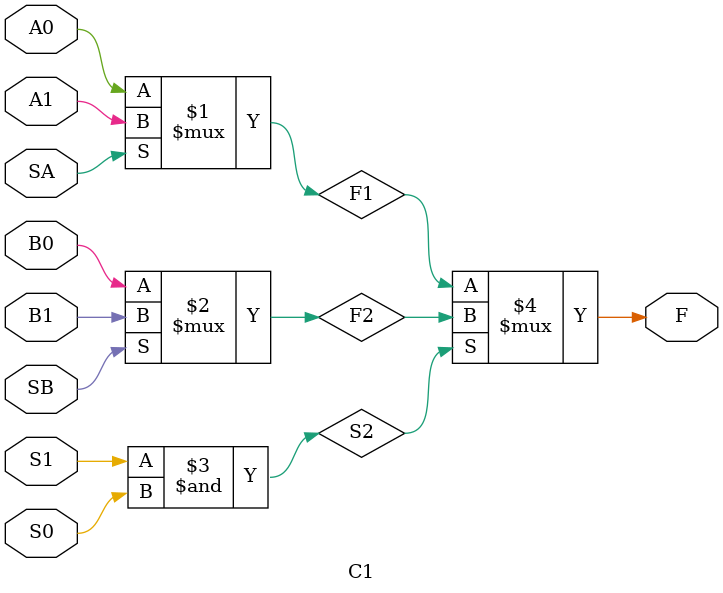
<source format=v>
module C1(
    input A0, A1, SA,
    input B0, B1, SB,
    input S0, S1,
    output F
);
    wire F1, F2, S2;

    assign F1 = SA ? A1 : A0;
    assign F2 = SB ? B1 : B0;
    assign S2 = S1 & S0;
    assign F = S2 ? F2 : F1;
endmodule

</source>
